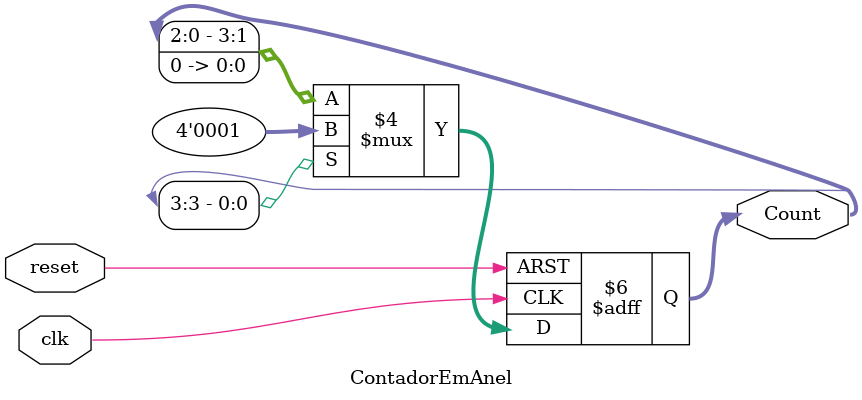
<source format=sv>
parameter NBITS_COUNT = 4;
module ContadorEmAnel(
  input logic clk, reset,
  output logic [NBITS_COUNT-1:0] Count
);
  always_ff @(posedge reset or posedge clk) begin
    if (reset)
      Count <= 1;
    else
      if (Count [NBITS_COUNT-1]) Count <= 1;
      else Count <= Count << 1;
  end
endmodule
</source>
